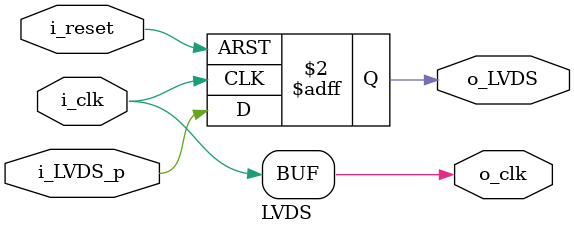
<source format=v>
module LVDS(

  input wire i_clk,
	 input wire i_reset,
	 input wire i_LVDS_p,
	 //input wire i_LVDS_n, // NE TREBA
	
	 output wire o_clk,
  output reg o_LVDS
);
    assign o_clk = i_clk;

    always @(posedge i_clk or posedge i_reset)begin
	       if(i_reset)begin
	          o_LVDS <= 1'b0;
	   end else begin
              o_LVDS <= i_LVDS_p;
	   end
end

endmodule
</source>
